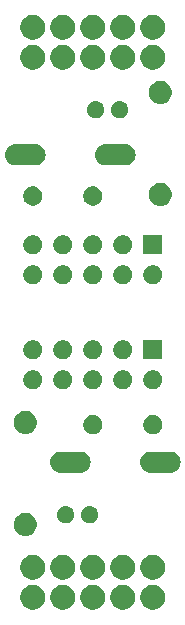
<source format=gbr>
G04 #@! TF.GenerationSoftware,KiCad,Pcbnew,(5.1.5)-3*
G04 #@! TF.CreationDate,2020-03-15T11:41:05-07:00*
G04 #@! TF.ProjectId,bbf-europower,6262662d-6575-4726-9f70-6f7765722e6b,rev?*
G04 #@! TF.SameCoordinates,Original*
G04 #@! TF.FileFunction,Soldermask,Top*
G04 #@! TF.FilePolarity,Negative*
%FSLAX46Y46*%
G04 Gerber Fmt 4.6, Leading zero omitted, Abs format (unit mm)*
G04 Created by KiCad (PCBNEW (5.1.5)-3) date 2020-03-15 11:41:05*
%MOMM*%
%LPD*%
G04 APERTURE LIST*
%ADD10C,0.100000*%
G04 APERTURE END LIST*
D10*
G36*
X148804865Y-128127220D02*
G01*
X148994388Y-128205723D01*
X149164954Y-128319692D01*
X149310008Y-128464746D01*
X149423977Y-128635312D01*
X149502480Y-128824835D01*
X149542500Y-129026031D01*
X149542500Y-129231169D01*
X149502480Y-129432365D01*
X149423977Y-129621888D01*
X149310008Y-129792454D01*
X149164954Y-129937508D01*
X148994388Y-130051477D01*
X148994387Y-130051478D01*
X148994386Y-130051478D01*
X148804865Y-130129980D01*
X148603670Y-130170000D01*
X148398530Y-130170000D01*
X148197335Y-130129980D01*
X148007814Y-130051478D01*
X148007813Y-130051478D01*
X148007812Y-130051477D01*
X147837246Y-129937508D01*
X147692192Y-129792454D01*
X147578223Y-129621888D01*
X147499720Y-129432365D01*
X147459700Y-129231169D01*
X147459700Y-129026031D01*
X147499720Y-128824835D01*
X147578223Y-128635312D01*
X147692192Y-128464746D01*
X147837246Y-128319692D01*
X148007812Y-128205723D01*
X148197335Y-128127220D01*
X148398530Y-128087200D01*
X148603670Y-128087200D01*
X148804865Y-128127220D01*
G37*
G36*
X146264865Y-128127220D02*
G01*
X146454388Y-128205723D01*
X146624954Y-128319692D01*
X146770008Y-128464746D01*
X146883977Y-128635312D01*
X146962480Y-128824835D01*
X147002500Y-129026031D01*
X147002500Y-129231169D01*
X146962480Y-129432365D01*
X146883977Y-129621888D01*
X146770008Y-129792454D01*
X146624954Y-129937508D01*
X146454388Y-130051477D01*
X146454387Y-130051478D01*
X146454386Y-130051478D01*
X146264865Y-130129980D01*
X146063670Y-130170000D01*
X145858530Y-130170000D01*
X145657335Y-130129980D01*
X145467814Y-130051478D01*
X145467813Y-130051478D01*
X145467812Y-130051477D01*
X145297246Y-129937508D01*
X145152192Y-129792454D01*
X145038223Y-129621888D01*
X144959720Y-129432365D01*
X144919700Y-129231169D01*
X144919700Y-129026031D01*
X144959720Y-128824835D01*
X145038223Y-128635312D01*
X145152192Y-128464746D01*
X145297246Y-128319692D01*
X145467812Y-128205723D01*
X145657335Y-128127220D01*
X145858530Y-128087200D01*
X146063670Y-128087200D01*
X146264865Y-128127220D01*
G37*
G36*
X143724865Y-128127220D02*
G01*
X143914388Y-128205723D01*
X144084954Y-128319692D01*
X144230008Y-128464746D01*
X144343977Y-128635312D01*
X144422480Y-128824835D01*
X144462500Y-129026031D01*
X144462500Y-129231169D01*
X144422480Y-129432365D01*
X144343977Y-129621888D01*
X144230008Y-129792454D01*
X144084954Y-129937508D01*
X143914388Y-130051477D01*
X143914387Y-130051478D01*
X143914386Y-130051478D01*
X143724865Y-130129980D01*
X143523670Y-130170000D01*
X143318530Y-130170000D01*
X143117335Y-130129980D01*
X142927814Y-130051478D01*
X142927813Y-130051478D01*
X142927812Y-130051477D01*
X142757246Y-129937508D01*
X142612192Y-129792454D01*
X142498223Y-129621888D01*
X142419720Y-129432365D01*
X142379700Y-129231169D01*
X142379700Y-129026031D01*
X142419720Y-128824835D01*
X142498223Y-128635312D01*
X142612192Y-128464746D01*
X142757246Y-128319692D01*
X142927812Y-128205723D01*
X143117335Y-128127220D01*
X143318530Y-128087200D01*
X143523670Y-128087200D01*
X143724865Y-128127220D01*
G37*
G36*
X153884865Y-128127220D02*
G01*
X154074388Y-128205723D01*
X154244954Y-128319692D01*
X154390008Y-128464746D01*
X154503977Y-128635312D01*
X154582480Y-128824835D01*
X154622500Y-129026031D01*
X154622500Y-129231169D01*
X154582480Y-129432365D01*
X154503977Y-129621888D01*
X154390008Y-129792454D01*
X154244954Y-129937508D01*
X154074388Y-130051477D01*
X154074387Y-130051478D01*
X154074386Y-130051478D01*
X153884865Y-130129980D01*
X153683670Y-130170000D01*
X153478530Y-130170000D01*
X153277335Y-130129980D01*
X153087814Y-130051478D01*
X153087813Y-130051478D01*
X153087812Y-130051477D01*
X152917246Y-129937508D01*
X152772192Y-129792454D01*
X152658223Y-129621888D01*
X152579720Y-129432365D01*
X152539700Y-129231169D01*
X152539700Y-129026031D01*
X152579720Y-128824835D01*
X152658223Y-128635312D01*
X152772192Y-128464746D01*
X152917246Y-128319692D01*
X153087812Y-128205723D01*
X153277335Y-128127220D01*
X153478530Y-128087200D01*
X153683670Y-128087200D01*
X153884865Y-128127220D01*
G37*
G36*
X151344865Y-128127220D02*
G01*
X151534388Y-128205723D01*
X151704954Y-128319692D01*
X151850008Y-128464746D01*
X151963977Y-128635312D01*
X152042480Y-128824835D01*
X152082500Y-129026031D01*
X152082500Y-129231169D01*
X152042480Y-129432365D01*
X151963977Y-129621888D01*
X151850008Y-129792454D01*
X151704954Y-129937508D01*
X151534388Y-130051477D01*
X151534387Y-130051478D01*
X151534386Y-130051478D01*
X151344865Y-130129980D01*
X151143670Y-130170000D01*
X150938530Y-130170000D01*
X150737335Y-130129980D01*
X150547814Y-130051478D01*
X150547813Y-130051478D01*
X150547812Y-130051477D01*
X150377246Y-129937508D01*
X150232192Y-129792454D01*
X150118223Y-129621888D01*
X150039720Y-129432365D01*
X149999700Y-129231169D01*
X149999700Y-129026031D01*
X150039720Y-128824835D01*
X150118223Y-128635312D01*
X150232192Y-128464746D01*
X150377246Y-128319692D01*
X150547812Y-128205723D01*
X150737335Y-128127220D01*
X150938530Y-128087200D01*
X151143670Y-128087200D01*
X151344865Y-128127220D01*
G37*
G36*
X153884865Y-125587220D02*
G01*
X154074388Y-125665723D01*
X154244954Y-125779692D01*
X154390008Y-125924746D01*
X154503977Y-126095312D01*
X154582480Y-126284835D01*
X154622500Y-126486031D01*
X154622500Y-126691169D01*
X154582480Y-126892365D01*
X154503977Y-127081888D01*
X154390008Y-127252454D01*
X154244954Y-127397508D01*
X154074388Y-127511477D01*
X154074387Y-127511478D01*
X154074386Y-127511478D01*
X153884865Y-127589980D01*
X153683670Y-127630000D01*
X153478530Y-127630000D01*
X153277335Y-127589980D01*
X153087814Y-127511478D01*
X153087813Y-127511478D01*
X153087812Y-127511477D01*
X152917246Y-127397508D01*
X152772192Y-127252454D01*
X152658223Y-127081888D01*
X152579720Y-126892365D01*
X152539700Y-126691169D01*
X152539700Y-126486031D01*
X152579720Y-126284835D01*
X152658223Y-126095312D01*
X152772192Y-125924746D01*
X152917246Y-125779692D01*
X153087812Y-125665723D01*
X153277335Y-125587220D01*
X153478530Y-125547200D01*
X153683670Y-125547200D01*
X153884865Y-125587220D01*
G37*
G36*
X151344865Y-125587220D02*
G01*
X151534388Y-125665723D01*
X151704954Y-125779692D01*
X151850008Y-125924746D01*
X151963977Y-126095312D01*
X152042480Y-126284835D01*
X152082500Y-126486031D01*
X152082500Y-126691169D01*
X152042480Y-126892365D01*
X151963977Y-127081888D01*
X151850008Y-127252454D01*
X151704954Y-127397508D01*
X151534388Y-127511477D01*
X151534387Y-127511478D01*
X151534386Y-127511478D01*
X151344865Y-127589980D01*
X151143670Y-127630000D01*
X150938530Y-127630000D01*
X150737335Y-127589980D01*
X150547814Y-127511478D01*
X150547813Y-127511478D01*
X150547812Y-127511477D01*
X150377246Y-127397508D01*
X150232192Y-127252454D01*
X150118223Y-127081888D01*
X150039720Y-126892365D01*
X149999700Y-126691169D01*
X149999700Y-126486031D01*
X150039720Y-126284835D01*
X150118223Y-126095312D01*
X150232192Y-125924746D01*
X150377246Y-125779692D01*
X150547812Y-125665723D01*
X150737335Y-125587220D01*
X150938530Y-125547200D01*
X151143670Y-125547200D01*
X151344865Y-125587220D01*
G37*
G36*
X148804865Y-125587220D02*
G01*
X148994388Y-125665723D01*
X149164954Y-125779692D01*
X149310008Y-125924746D01*
X149423977Y-126095312D01*
X149502480Y-126284835D01*
X149542500Y-126486031D01*
X149542500Y-126691169D01*
X149502480Y-126892365D01*
X149423977Y-127081888D01*
X149310008Y-127252454D01*
X149164954Y-127397508D01*
X148994388Y-127511477D01*
X148994387Y-127511478D01*
X148994386Y-127511478D01*
X148804865Y-127589980D01*
X148603670Y-127630000D01*
X148398530Y-127630000D01*
X148197335Y-127589980D01*
X148007814Y-127511478D01*
X148007813Y-127511478D01*
X148007812Y-127511477D01*
X147837246Y-127397508D01*
X147692192Y-127252454D01*
X147578223Y-127081888D01*
X147499720Y-126892365D01*
X147459700Y-126691169D01*
X147459700Y-126486031D01*
X147499720Y-126284835D01*
X147578223Y-126095312D01*
X147692192Y-125924746D01*
X147837246Y-125779692D01*
X148007812Y-125665723D01*
X148197335Y-125587220D01*
X148398530Y-125547200D01*
X148603670Y-125547200D01*
X148804865Y-125587220D01*
G37*
G36*
X146264865Y-125587220D02*
G01*
X146454388Y-125665723D01*
X146624954Y-125779692D01*
X146770008Y-125924746D01*
X146883977Y-126095312D01*
X146962480Y-126284835D01*
X147002500Y-126486031D01*
X147002500Y-126691169D01*
X146962480Y-126892365D01*
X146883977Y-127081888D01*
X146770008Y-127252454D01*
X146624954Y-127397508D01*
X146454388Y-127511477D01*
X146454387Y-127511478D01*
X146454386Y-127511478D01*
X146264865Y-127589980D01*
X146063670Y-127630000D01*
X145858530Y-127630000D01*
X145657335Y-127589980D01*
X145467814Y-127511478D01*
X145467813Y-127511478D01*
X145467812Y-127511477D01*
X145297246Y-127397508D01*
X145152192Y-127252454D01*
X145038223Y-127081888D01*
X144959720Y-126892365D01*
X144919700Y-126691169D01*
X144919700Y-126486031D01*
X144959720Y-126284835D01*
X145038223Y-126095312D01*
X145152192Y-125924746D01*
X145297246Y-125779692D01*
X145467812Y-125665723D01*
X145657335Y-125587220D01*
X145858530Y-125547200D01*
X146063670Y-125547200D01*
X146264865Y-125587220D01*
G37*
G36*
X143724865Y-125587220D02*
G01*
X143914388Y-125665723D01*
X144084954Y-125779692D01*
X144230008Y-125924746D01*
X144343977Y-126095312D01*
X144422480Y-126284835D01*
X144462500Y-126486031D01*
X144462500Y-126691169D01*
X144422480Y-126892365D01*
X144343977Y-127081888D01*
X144230008Y-127252454D01*
X144084954Y-127397508D01*
X143914388Y-127511477D01*
X143914387Y-127511478D01*
X143914386Y-127511478D01*
X143724865Y-127589980D01*
X143523670Y-127630000D01*
X143318530Y-127630000D01*
X143117335Y-127589980D01*
X142927814Y-127511478D01*
X142927813Y-127511478D01*
X142927812Y-127511477D01*
X142757246Y-127397508D01*
X142612192Y-127252454D01*
X142498223Y-127081888D01*
X142419720Y-126892365D01*
X142379700Y-126691169D01*
X142379700Y-126486031D01*
X142419720Y-126284835D01*
X142498223Y-126095312D01*
X142612192Y-125924746D01*
X142757246Y-125779692D01*
X142927812Y-125665723D01*
X143117335Y-125587220D01*
X143318530Y-125547200D01*
X143523670Y-125547200D01*
X143724865Y-125587220D01*
G37*
G36*
X142974401Y-122022446D02*
G01*
X143067638Y-122040992D01*
X143243294Y-122113751D01*
X143401379Y-122219380D01*
X143535820Y-122353821D01*
X143641449Y-122511906D01*
X143683388Y-122613155D01*
X143714208Y-122687563D01*
X143746896Y-122851893D01*
X143751300Y-122874036D01*
X143751300Y-123064164D01*
X143714208Y-123250638D01*
X143641449Y-123426294D01*
X143535820Y-123584379D01*
X143401379Y-123718820D01*
X143243294Y-123824449D01*
X143067638Y-123897208D01*
X142974401Y-123915754D01*
X142881165Y-123934300D01*
X142691035Y-123934300D01*
X142597799Y-123915754D01*
X142504562Y-123897208D01*
X142328906Y-123824449D01*
X142170821Y-123718820D01*
X142036380Y-123584379D01*
X141930751Y-123426294D01*
X141857992Y-123250638D01*
X141820900Y-123064164D01*
X141820900Y-122874036D01*
X141825305Y-122851893D01*
X141857992Y-122687563D01*
X141888813Y-122613155D01*
X141930751Y-122511906D01*
X142036380Y-122353821D01*
X142170821Y-122219380D01*
X142328906Y-122113751D01*
X142504562Y-122040992D01*
X142597799Y-122022446D01*
X142691035Y-122003900D01*
X142881165Y-122003900D01*
X142974401Y-122022446D01*
G37*
G36*
X146358803Y-121421153D02*
G01*
X146429958Y-121435307D01*
X146485484Y-121458307D01*
X146564010Y-121490833D01*
X146564011Y-121490834D01*
X146684655Y-121571445D01*
X146787255Y-121674045D01*
X146841118Y-121754657D01*
X146867867Y-121794690D01*
X146923393Y-121928743D01*
X146951700Y-122071050D01*
X146951700Y-122216150D01*
X146923393Y-122358457D01*
X146867867Y-122492510D01*
X146841118Y-122532543D01*
X146787255Y-122613155D01*
X146684655Y-122715755D01*
X146604043Y-122769618D01*
X146564010Y-122796367D01*
X146485484Y-122828893D01*
X146429958Y-122851893D01*
X146358803Y-122866047D01*
X146287650Y-122880200D01*
X146142550Y-122880200D01*
X146071397Y-122866047D01*
X146000242Y-122851893D01*
X145944716Y-122828893D01*
X145866190Y-122796367D01*
X145826157Y-122769618D01*
X145745545Y-122715755D01*
X145642945Y-122613155D01*
X145589082Y-122532543D01*
X145562333Y-122492510D01*
X145506807Y-122358457D01*
X145478500Y-122216150D01*
X145478500Y-122071050D01*
X145506807Y-121928743D01*
X145562333Y-121794690D01*
X145589082Y-121754657D01*
X145642945Y-121674045D01*
X145745545Y-121571445D01*
X145866189Y-121490834D01*
X145866190Y-121490833D01*
X145944716Y-121458307D01*
X146000242Y-121435307D01*
X146071397Y-121421153D01*
X146142550Y-121407000D01*
X146287650Y-121407000D01*
X146358803Y-121421153D01*
G37*
G36*
X148390803Y-121421153D02*
G01*
X148461958Y-121435307D01*
X148517484Y-121458307D01*
X148596010Y-121490833D01*
X148596011Y-121490834D01*
X148716655Y-121571445D01*
X148819255Y-121674045D01*
X148873118Y-121754657D01*
X148899867Y-121794690D01*
X148955393Y-121928743D01*
X148983700Y-122071050D01*
X148983700Y-122216150D01*
X148955393Y-122358457D01*
X148899867Y-122492510D01*
X148873118Y-122532543D01*
X148819255Y-122613155D01*
X148716655Y-122715755D01*
X148636043Y-122769618D01*
X148596010Y-122796367D01*
X148517484Y-122828893D01*
X148461958Y-122851893D01*
X148390803Y-122866047D01*
X148319650Y-122880200D01*
X148174550Y-122880200D01*
X148103397Y-122866047D01*
X148032242Y-122851893D01*
X147976716Y-122828893D01*
X147898190Y-122796367D01*
X147858157Y-122769618D01*
X147777545Y-122715755D01*
X147674945Y-122613155D01*
X147621082Y-122532543D01*
X147594333Y-122492510D01*
X147538807Y-122358457D01*
X147510500Y-122216150D01*
X147510500Y-122071050D01*
X147538807Y-121928743D01*
X147594333Y-121794690D01*
X147621082Y-121754657D01*
X147674945Y-121674045D01*
X147777545Y-121571445D01*
X147898189Y-121490834D01*
X147898190Y-121490833D01*
X147976716Y-121458307D01*
X148032242Y-121435307D01*
X148103397Y-121421153D01*
X148174550Y-121407000D01*
X148319650Y-121407000D01*
X148390803Y-121421153D01*
G37*
G36*
X147489810Y-116796572D02*
G01*
X147578585Y-116805315D01*
X147749442Y-116857144D01*
X147749445Y-116857145D01*
X147906904Y-116941309D01*
X148044923Y-117054577D01*
X148158191Y-117192596D01*
X148242355Y-117350055D01*
X148242356Y-117350058D01*
X148294185Y-117520915D01*
X148311685Y-117698600D01*
X148294185Y-117876285D01*
X148242356Y-118047142D01*
X148242355Y-118047145D01*
X148158191Y-118204604D01*
X148044923Y-118342623D01*
X147906904Y-118455891D01*
X147749445Y-118540055D01*
X147749442Y-118540056D01*
X147578585Y-118591885D01*
X147489810Y-118600628D01*
X147445424Y-118605000D01*
X145746776Y-118605000D01*
X145702390Y-118600628D01*
X145613615Y-118591885D01*
X145442758Y-118540056D01*
X145442755Y-118540055D01*
X145285296Y-118455891D01*
X145147277Y-118342623D01*
X145034009Y-118204604D01*
X144949845Y-118047145D01*
X144949844Y-118047142D01*
X144898015Y-117876285D01*
X144880515Y-117698600D01*
X144898015Y-117520915D01*
X144949844Y-117350058D01*
X144949845Y-117350055D01*
X145034009Y-117192596D01*
X145147277Y-117054577D01*
X145285296Y-116941309D01*
X145442755Y-116857145D01*
X145442758Y-116857144D01*
X145613615Y-116805315D01*
X145702390Y-116796572D01*
X145746776Y-116792200D01*
X147445424Y-116792200D01*
X147489810Y-116796572D01*
G37*
G36*
X155109810Y-116796572D02*
G01*
X155198585Y-116805315D01*
X155369442Y-116857144D01*
X155369445Y-116857145D01*
X155526904Y-116941309D01*
X155664923Y-117054577D01*
X155778191Y-117192596D01*
X155862355Y-117350055D01*
X155862356Y-117350058D01*
X155914185Y-117520915D01*
X155931685Y-117698600D01*
X155914185Y-117876285D01*
X155862356Y-118047142D01*
X155862355Y-118047145D01*
X155778191Y-118204604D01*
X155664923Y-118342623D01*
X155526904Y-118455891D01*
X155369445Y-118540055D01*
X155369442Y-118540056D01*
X155198585Y-118591885D01*
X155109810Y-118600628D01*
X155065424Y-118605000D01*
X153366776Y-118605000D01*
X153322390Y-118600628D01*
X153233615Y-118591885D01*
X153062758Y-118540056D01*
X153062755Y-118540055D01*
X152905296Y-118455891D01*
X152767277Y-118342623D01*
X152654009Y-118204604D01*
X152569845Y-118047145D01*
X152569844Y-118047142D01*
X152518015Y-117876285D01*
X152500515Y-117698600D01*
X152518015Y-117520915D01*
X152569844Y-117350058D01*
X152569845Y-117350055D01*
X152654009Y-117192596D01*
X152767277Y-117054577D01*
X152905296Y-116941309D01*
X153062755Y-116857145D01*
X153062758Y-116857144D01*
X153233615Y-116805315D01*
X153322390Y-116796572D01*
X153366776Y-116792200D01*
X155065424Y-116792200D01*
X155109810Y-116796572D01*
G37*
G36*
X153818185Y-113742035D02*
G01*
X153966104Y-113803305D01*
X153966105Y-113803306D01*
X154099230Y-113892257D01*
X154212443Y-114005470D01*
X154243241Y-114051563D01*
X154301395Y-114138596D01*
X154362665Y-114286515D01*
X154393900Y-114443545D01*
X154393900Y-114603655D01*
X154362665Y-114760685D01*
X154301395Y-114908604D01*
X154301394Y-114908605D01*
X154212443Y-115041730D01*
X154099230Y-115154943D01*
X154049083Y-115188450D01*
X153966104Y-115243895D01*
X153818185Y-115305165D01*
X153661155Y-115336400D01*
X153501045Y-115336400D01*
X153344015Y-115305165D01*
X153196096Y-115243895D01*
X153113117Y-115188450D01*
X153062970Y-115154943D01*
X152949757Y-115041730D01*
X152860806Y-114908605D01*
X152860805Y-114908604D01*
X152799535Y-114760685D01*
X152768300Y-114603655D01*
X152768300Y-114443545D01*
X152799535Y-114286515D01*
X152860805Y-114138596D01*
X152918959Y-114051563D01*
X152949757Y-114005470D01*
X153062970Y-113892257D01*
X153196095Y-113803306D01*
X153196096Y-113803305D01*
X153344015Y-113742035D01*
X153501045Y-113710800D01*
X153661155Y-113710800D01*
X153818185Y-113742035D01*
G37*
G36*
X148738185Y-113742035D02*
G01*
X148886104Y-113803305D01*
X148886105Y-113803306D01*
X149019230Y-113892257D01*
X149132443Y-114005470D01*
X149163241Y-114051563D01*
X149221395Y-114138596D01*
X149282665Y-114286515D01*
X149313900Y-114443545D01*
X149313900Y-114603655D01*
X149282665Y-114760685D01*
X149221395Y-114908604D01*
X149221394Y-114908605D01*
X149132443Y-115041730D01*
X149019230Y-115154943D01*
X148969083Y-115188450D01*
X148886104Y-115243895D01*
X148738185Y-115305165D01*
X148581155Y-115336400D01*
X148421045Y-115336400D01*
X148264015Y-115305165D01*
X148116096Y-115243895D01*
X148033117Y-115188450D01*
X147982970Y-115154943D01*
X147869757Y-115041730D01*
X147780806Y-114908605D01*
X147780805Y-114908604D01*
X147719535Y-114760685D01*
X147688300Y-114603655D01*
X147688300Y-114443545D01*
X147719535Y-114286515D01*
X147780805Y-114138596D01*
X147838959Y-114051563D01*
X147869757Y-114005470D01*
X147982970Y-113892257D01*
X148116095Y-113803306D01*
X148116096Y-113803305D01*
X148264015Y-113742035D01*
X148421045Y-113710800D01*
X148581155Y-113710800D01*
X148738185Y-113742035D01*
G37*
G36*
X142974401Y-113386446D02*
G01*
X143067638Y-113404992D01*
X143243294Y-113477751D01*
X143401379Y-113583380D01*
X143535820Y-113717821D01*
X143641449Y-113875906D01*
X143714208Y-114051562D01*
X143751300Y-114238036D01*
X143751300Y-114428164D01*
X143716393Y-114603655D01*
X143714208Y-114614637D01*
X143653714Y-114760685D01*
X143641449Y-114790294D01*
X143535820Y-114948379D01*
X143401379Y-115082820D01*
X143243294Y-115188449D01*
X143067638Y-115261208D01*
X142974401Y-115279754D01*
X142881165Y-115298300D01*
X142691035Y-115298300D01*
X142597799Y-115279754D01*
X142504562Y-115261208D01*
X142328906Y-115188449D01*
X142170821Y-115082820D01*
X142036380Y-114948379D01*
X141930751Y-114790294D01*
X141918487Y-114760685D01*
X141857992Y-114614637D01*
X141855808Y-114603655D01*
X141820900Y-114428164D01*
X141820900Y-114238036D01*
X141857992Y-114051562D01*
X141930751Y-113875906D01*
X142036380Y-113717821D01*
X142170821Y-113583380D01*
X142328906Y-113477751D01*
X142504562Y-113404992D01*
X142597799Y-113386446D01*
X142691035Y-113367900D01*
X142881165Y-113367900D01*
X142974401Y-113386446D01*
G37*
G36*
X143604386Y-109927859D02*
G01*
X143656318Y-109938189D01*
X143803074Y-109998977D01*
X143935150Y-110087228D01*
X144047472Y-110199550D01*
X144135723Y-110331626D01*
X144196511Y-110478382D01*
X144227500Y-110634177D01*
X144227500Y-110793023D01*
X144196511Y-110948818D01*
X144135723Y-111095574D01*
X144047472Y-111227650D01*
X143935150Y-111339972D01*
X143803074Y-111428223D01*
X143656318Y-111489011D01*
X143604386Y-111499341D01*
X143500525Y-111520000D01*
X143341675Y-111520000D01*
X143237814Y-111499341D01*
X143185882Y-111489011D01*
X143039126Y-111428223D01*
X142907050Y-111339972D01*
X142794728Y-111227650D01*
X142706477Y-111095574D01*
X142645689Y-110948818D01*
X142614700Y-110793023D01*
X142614700Y-110634177D01*
X142645689Y-110478382D01*
X142706477Y-110331626D01*
X142794728Y-110199550D01*
X142907050Y-110087228D01*
X143039126Y-109998977D01*
X143185882Y-109938189D01*
X143237814Y-109927859D01*
X143341675Y-109907200D01*
X143500525Y-109907200D01*
X143604386Y-109927859D01*
G37*
G36*
X146144386Y-109927859D02*
G01*
X146196318Y-109938189D01*
X146343074Y-109998977D01*
X146475150Y-110087228D01*
X146587472Y-110199550D01*
X146675723Y-110331626D01*
X146736511Y-110478382D01*
X146767500Y-110634177D01*
X146767500Y-110793023D01*
X146736511Y-110948818D01*
X146675723Y-111095574D01*
X146587472Y-111227650D01*
X146475150Y-111339972D01*
X146343074Y-111428223D01*
X146196318Y-111489011D01*
X146144386Y-111499341D01*
X146040525Y-111520000D01*
X145881675Y-111520000D01*
X145777814Y-111499341D01*
X145725882Y-111489011D01*
X145579126Y-111428223D01*
X145447050Y-111339972D01*
X145334728Y-111227650D01*
X145246477Y-111095574D01*
X145185689Y-110948818D01*
X145154700Y-110793023D01*
X145154700Y-110634177D01*
X145185689Y-110478382D01*
X145246477Y-110331626D01*
X145334728Y-110199550D01*
X145447050Y-110087228D01*
X145579126Y-109998977D01*
X145725882Y-109938189D01*
X145777814Y-109927859D01*
X145881675Y-109907200D01*
X146040525Y-109907200D01*
X146144386Y-109927859D01*
G37*
G36*
X148684386Y-109927859D02*
G01*
X148736318Y-109938189D01*
X148883074Y-109998977D01*
X149015150Y-110087228D01*
X149127472Y-110199550D01*
X149215723Y-110331626D01*
X149276511Y-110478382D01*
X149307500Y-110634177D01*
X149307500Y-110793023D01*
X149276511Y-110948818D01*
X149215723Y-111095574D01*
X149127472Y-111227650D01*
X149015150Y-111339972D01*
X148883074Y-111428223D01*
X148736318Y-111489011D01*
X148684386Y-111499341D01*
X148580525Y-111520000D01*
X148421675Y-111520000D01*
X148317814Y-111499341D01*
X148265882Y-111489011D01*
X148119126Y-111428223D01*
X147987050Y-111339972D01*
X147874728Y-111227650D01*
X147786477Y-111095574D01*
X147725689Y-110948818D01*
X147694700Y-110793023D01*
X147694700Y-110634177D01*
X147725689Y-110478382D01*
X147786477Y-110331626D01*
X147874728Y-110199550D01*
X147987050Y-110087228D01*
X148119126Y-109998977D01*
X148265882Y-109938189D01*
X148317814Y-109927859D01*
X148421675Y-109907200D01*
X148580525Y-109907200D01*
X148684386Y-109927859D01*
G37*
G36*
X151224386Y-109927859D02*
G01*
X151276318Y-109938189D01*
X151423074Y-109998977D01*
X151555150Y-110087228D01*
X151667472Y-110199550D01*
X151755723Y-110331626D01*
X151816511Y-110478382D01*
X151847500Y-110634177D01*
X151847500Y-110793023D01*
X151816511Y-110948818D01*
X151755723Y-111095574D01*
X151667472Y-111227650D01*
X151555150Y-111339972D01*
X151423074Y-111428223D01*
X151276318Y-111489011D01*
X151224386Y-111499341D01*
X151120525Y-111520000D01*
X150961675Y-111520000D01*
X150857814Y-111499341D01*
X150805882Y-111489011D01*
X150659126Y-111428223D01*
X150527050Y-111339972D01*
X150414728Y-111227650D01*
X150326477Y-111095574D01*
X150265689Y-110948818D01*
X150234700Y-110793023D01*
X150234700Y-110634177D01*
X150265689Y-110478382D01*
X150326477Y-110331626D01*
X150414728Y-110199550D01*
X150527050Y-110087228D01*
X150659126Y-109998977D01*
X150805882Y-109938189D01*
X150857814Y-109927859D01*
X150961675Y-109907200D01*
X151120525Y-109907200D01*
X151224386Y-109927859D01*
G37*
G36*
X153764386Y-109927859D02*
G01*
X153816318Y-109938189D01*
X153963074Y-109998977D01*
X154095150Y-110087228D01*
X154207472Y-110199550D01*
X154295723Y-110331626D01*
X154356511Y-110478382D01*
X154387500Y-110634177D01*
X154387500Y-110793023D01*
X154356511Y-110948818D01*
X154295723Y-111095574D01*
X154207472Y-111227650D01*
X154095150Y-111339972D01*
X153963074Y-111428223D01*
X153816318Y-111489011D01*
X153764386Y-111499341D01*
X153660525Y-111520000D01*
X153501675Y-111520000D01*
X153397814Y-111499341D01*
X153345882Y-111489011D01*
X153199126Y-111428223D01*
X153067050Y-111339972D01*
X152954728Y-111227650D01*
X152866477Y-111095574D01*
X152805689Y-110948818D01*
X152774700Y-110793023D01*
X152774700Y-110634177D01*
X152805689Y-110478382D01*
X152866477Y-110331626D01*
X152954728Y-110199550D01*
X153067050Y-110087228D01*
X153199126Y-109998977D01*
X153345882Y-109938189D01*
X153397814Y-109927859D01*
X153501675Y-109907200D01*
X153660525Y-109907200D01*
X153764386Y-109927859D01*
G37*
G36*
X143604386Y-107387859D02*
G01*
X143656318Y-107398189D01*
X143803074Y-107458977D01*
X143935150Y-107547228D01*
X144047472Y-107659550D01*
X144135723Y-107791626D01*
X144196511Y-107938382D01*
X144227500Y-108094177D01*
X144227500Y-108253023D01*
X144196511Y-108408818D01*
X144135723Y-108555574D01*
X144047472Y-108687650D01*
X143935150Y-108799972D01*
X143803074Y-108888223D01*
X143656318Y-108949011D01*
X143604386Y-108959341D01*
X143500525Y-108980000D01*
X143341675Y-108980000D01*
X143237814Y-108959341D01*
X143185882Y-108949011D01*
X143039126Y-108888223D01*
X142907050Y-108799972D01*
X142794728Y-108687650D01*
X142706477Y-108555574D01*
X142645689Y-108408818D01*
X142614700Y-108253023D01*
X142614700Y-108094177D01*
X142645689Y-107938382D01*
X142706477Y-107791626D01*
X142794728Y-107659550D01*
X142907050Y-107547228D01*
X143039126Y-107458977D01*
X143185882Y-107398189D01*
X143237814Y-107387859D01*
X143341675Y-107367200D01*
X143500525Y-107367200D01*
X143604386Y-107387859D01*
G37*
G36*
X148684386Y-107387859D02*
G01*
X148736318Y-107398189D01*
X148883074Y-107458977D01*
X149015150Y-107547228D01*
X149127472Y-107659550D01*
X149215723Y-107791626D01*
X149276511Y-107938382D01*
X149307500Y-108094177D01*
X149307500Y-108253023D01*
X149276511Y-108408818D01*
X149215723Y-108555574D01*
X149127472Y-108687650D01*
X149015150Y-108799972D01*
X148883074Y-108888223D01*
X148736318Y-108949011D01*
X148684386Y-108959341D01*
X148580525Y-108980000D01*
X148421675Y-108980000D01*
X148317814Y-108959341D01*
X148265882Y-108949011D01*
X148119126Y-108888223D01*
X147987050Y-108799972D01*
X147874728Y-108687650D01*
X147786477Y-108555574D01*
X147725689Y-108408818D01*
X147694700Y-108253023D01*
X147694700Y-108094177D01*
X147725689Y-107938382D01*
X147786477Y-107791626D01*
X147874728Y-107659550D01*
X147987050Y-107547228D01*
X148119126Y-107458977D01*
X148265882Y-107398189D01*
X148317814Y-107387859D01*
X148421675Y-107367200D01*
X148580525Y-107367200D01*
X148684386Y-107387859D01*
G37*
G36*
X146144386Y-107387859D02*
G01*
X146196318Y-107398189D01*
X146343074Y-107458977D01*
X146475150Y-107547228D01*
X146587472Y-107659550D01*
X146675723Y-107791626D01*
X146736511Y-107938382D01*
X146767500Y-108094177D01*
X146767500Y-108253023D01*
X146736511Y-108408818D01*
X146675723Y-108555574D01*
X146587472Y-108687650D01*
X146475150Y-108799972D01*
X146343074Y-108888223D01*
X146196318Y-108949011D01*
X146144386Y-108959341D01*
X146040525Y-108980000D01*
X145881675Y-108980000D01*
X145777814Y-108959341D01*
X145725882Y-108949011D01*
X145579126Y-108888223D01*
X145447050Y-108799972D01*
X145334728Y-108687650D01*
X145246477Y-108555574D01*
X145185689Y-108408818D01*
X145154700Y-108253023D01*
X145154700Y-108094177D01*
X145185689Y-107938382D01*
X145246477Y-107791626D01*
X145334728Y-107659550D01*
X145447050Y-107547228D01*
X145579126Y-107458977D01*
X145725882Y-107398189D01*
X145777814Y-107387859D01*
X145881675Y-107367200D01*
X146040525Y-107367200D01*
X146144386Y-107387859D01*
G37*
G36*
X151224386Y-107387859D02*
G01*
X151276318Y-107398189D01*
X151423074Y-107458977D01*
X151555150Y-107547228D01*
X151667472Y-107659550D01*
X151755723Y-107791626D01*
X151816511Y-107938382D01*
X151847500Y-108094177D01*
X151847500Y-108253023D01*
X151816511Y-108408818D01*
X151755723Y-108555574D01*
X151667472Y-108687650D01*
X151555150Y-108799972D01*
X151423074Y-108888223D01*
X151276318Y-108949011D01*
X151224386Y-108959341D01*
X151120525Y-108980000D01*
X150961675Y-108980000D01*
X150857814Y-108959341D01*
X150805882Y-108949011D01*
X150659126Y-108888223D01*
X150527050Y-108799972D01*
X150414728Y-108687650D01*
X150326477Y-108555574D01*
X150265689Y-108408818D01*
X150234700Y-108253023D01*
X150234700Y-108094177D01*
X150265689Y-107938382D01*
X150326477Y-107791626D01*
X150414728Y-107659550D01*
X150527050Y-107547228D01*
X150659126Y-107458977D01*
X150805882Y-107398189D01*
X150857814Y-107387859D01*
X150961675Y-107367200D01*
X151120525Y-107367200D01*
X151224386Y-107387859D01*
G37*
G36*
X154387500Y-108980000D02*
G01*
X152774700Y-108980000D01*
X152774700Y-107367200D01*
X154387500Y-107367200D01*
X154387500Y-108980000D01*
G37*
G36*
X146144386Y-101037859D02*
G01*
X146196318Y-101048189D01*
X146343074Y-101108977D01*
X146475150Y-101197228D01*
X146587472Y-101309550D01*
X146675723Y-101441626D01*
X146736511Y-101588382D01*
X146767500Y-101744177D01*
X146767500Y-101903023D01*
X146736511Y-102058818D01*
X146675723Y-102205574D01*
X146587472Y-102337650D01*
X146475150Y-102449972D01*
X146343074Y-102538223D01*
X146196318Y-102599011D01*
X146144386Y-102609341D01*
X146040525Y-102630000D01*
X145881675Y-102630000D01*
X145777814Y-102609341D01*
X145725882Y-102599011D01*
X145579126Y-102538223D01*
X145447050Y-102449972D01*
X145334728Y-102337650D01*
X145246477Y-102205574D01*
X145185689Y-102058818D01*
X145154700Y-101903023D01*
X145154700Y-101744177D01*
X145185689Y-101588382D01*
X145246477Y-101441626D01*
X145334728Y-101309550D01*
X145447050Y-101197228D01*
X145579126Y-101108977D01*
X145725882Y-101048189D01*
X145777814Y-101037859D01*
X145881675Y-101017200D01*
X146040525Y-101017200D01*
X146144386Y-101037859D01*
G37*
G36*
X151224386Y-101037859D02*
G01*
X151276318Y-101048189D01*
X151423074Y-101108977D01*
X151555150Y-101197228D01*
X151667472Y-101309550D01*
X151755723Y-101441626D01*
X151816511Y-101588382D01*
X151847500Y-101744177D01*
X151847500Y-101903023D01*
X151816511Y-102058818D01*
X151755723Y-102205574D01*
X151667472Y-102337650D01*
X151555150Y-102449972D01*
X151423074Y-102538223D01*
X151276318Y-102599011D01*
X151224386Y-102609341D01*
X151120525Y-102630000D01*
X150961675Y-102630000D01*
X150857814Y-102609341D01*
X150805882Y-102599011D01*
X150659126Y-102538223D01*
X150527050Y-102449972D01*
X150414728Y-102337650D01*
X150326477Y-102205574D01*
X150265689Y-102058818D01*
X150234700Y-101903023D01*
X150234700Y-101744177D01*
X150265689Y-101588382D01*
X150326477Y-101441626D01*
X150414728Y-101309550D01*
X150527050Y-101197228D01*
X150659126Y-101108977D01*
X150805882Y-101048189D01*
X150857814Y-101037859D01*
X150961675Y-101017200D01*
X151120525Y-101017200D01*
X151224386Y-101037859D01*
G37*
G36*
X153764386Y-101037859D02*
G01*
X153816318Y-101048189D01*
X153963074Y-101108977D01*
X154095150Y-101197228D01*
X154207472Y-101309550D01*
X154295723Y-101441626D01*
X154356511Y-101588382D01*
X154387500Y-101744177D01*
X154387500Y-101903023D01*
X154356511Y-102058818D01*
X154295723Y-102205574D01*
X154207472Y-102337650D01*
X154095150Y-102449972D01*
X153963074Y-102538223D01*
X153816318Y-102599011D01*
X153764386Y-102609341D01*
X153660525Y-102630000D01*
X153501675Y-102630000D01*
X153397814Y-102609341D01*
X153345882Y-102599011D01*
X153199126Y-102538223D01*
X153067050Y-102449972D01*
X152954728Y-102337650D01*
X152866477Y-102205574D01*
X152805689Y-102058818D01*
X152774700Y-101903023D01*
X152774700Y-101744177D01*
X152805689Y-101588382D01*
X152866477Y-101441626D01*
X152954728Y-101309550D01*
X153067050Y-101197228D01*
X153199126Y-101108977D01*
X153345882Y-101048189D01*
X153397814Y-101037859D01*
X153501675Y-101017200D01*
X153660525Y-101017200D01*
X153764386Y-101037859D01*
G37*
G36*
X143604386Y-101037859D02*
G01*
X143656318Y-101048189D01*
X143803074Y-101108977D01*
X143935150Y-101197228D01*
X144047472Y-101309550D01*
X144135723Y-101441626D01*
X144196511Y-101588382D01*
X144227500Y-101744177D01*
X144227500Y-101903023D01*
X144196511Y-102058818D01*
X144135723Y-102205574D01*
X144047472Y-102337650D01*
X143935150Y-102449972D01*
X143803074Y-102538223D01*
X143656318Y-102599011D01*
X143604386Y-102609341D01*
X143500525Y-102630000D01*
X143341675Y-102630000D01*
X143237814Y-102609341D01*
X143185882Y-102599011D01*
X143039126Y-102538223D01*
X142907050Y-102449972D01*
X142794728Y-102337650D01*
X142706477Y-102205574D01*
X142645689Y-102058818D01*
X142614700Y-101903023D01*
X142614700Y-101744177D01*
X142645689Y-101588382D01*
X142706477Y-101441626D01*
X142794728Y-101309550D01*
X142907050Y-101197228D01*
X143039126Y-101108977D01*
X143185882Y-101048189D01*
X143237814Y-101037859D01*
X143341675Y-101017200D01*
X143500525Y-101017200D01*
X143604386Y-101037859D01*
G37*
G36*
X148684386Y-101037859D02*
G01*
X148736318Y-101048189D01*
X148883074Y-101108977D01*
X149015150Y-101197228D01*
X149127472Y-101309550D01*
X149215723Y-101441626D01*
X149276511Y-101588382D01*
X149307500Y-101744177D01*
X149307500Y-101903023D01*
X149276511Y-102058818D01*
X149215723Y-102205574D01*
X149127472Y-102337650D01*
X149015150Y-102449972D01*
X148883074Y-102538223D01*
X148736318Y-102599011D01*
X148684386Y-102609341D01*
X148580525Y-102630000D01*
X148421675Y-102630000D01*
X148317814Y-102609341D01*
X148265882Y-102599011D01*
X148119126Y-102538223D01*
X147987050Y-102449972D01*
X147874728Y-102337650D01*
X147786477Y-102205574D01*
X147725689Y-102058818D01*
X147694700Y-101903023D01*
X147694700Y-101744177D01*
X147725689Y-101588382D01*
X147786477Y-101441626D01*
X147874728Y-101309550D01*
X147987050Y-101197228D01*
X148119126Y-101108977D01*
X148265882Y-101048189D01*
X148317814Y-101037859D01*
X148421675Y-101017200D01*
X148580525Y-101017200D01*
X148684386Y-101037859D01*
G37*
G36*
X148684386Y-98497859D02*
G01*
X148736318Y-98508189D01*
X148883074Y-98568977D01*
X149015150Y-98657228D01*
X149127472Y-98769550D01*
X149215723Y-98901626D01*
X149276511Y-99048382D01*
X149307500Y-99204177D01*
X149307500Y-99363023D01*
X149276511Y-99518818D01*
X149215723Y-99665574D01*
X149127472Y-99797650D01*
X149015150Y-99909972D01*
X148883074Y-99998223D01*
X148736318Y-100059011D01*
X148684386Y-100069341D01*
X148580525Y-100090000D01*
X148421675Y-100090000D01*
X148317814Y-100069341D01*
X148265882Y-100059011D01*
X148119126Y-99998223D01*
X147987050Y-99909972D01*
X147874728Y-99797650D01*
X147786477Y-99665574D01*
X147725689Y-99518818D01*
X147694700Y-99363023D01*
X147694700Y-99204177D01*
X147725689Y-99048382D01*
X147786477Y-98901626D01*
X147874728Y-98769550D01*
X147987050Y-98657228D01*
X148119126Y-98568977D01*
X148265882Y-98508189D01*
X148317814Y-98497859D01*
X148421675Y-98477200D01*
X148580525Y-98477200D01*
X148684386Y-98497859D01*
G37*
G36*
X154387500Y-100090000D02*
G01*
X152774700Y-100090000D01*
X152774700Y-98477200D01*
X154387500Y-98477200D01*
X154387500Y-100090000D01*
G37*
G36*
X151224386Y-98497859D02*
G01*
X151276318Y-98508189D01*
X151423074Y-98568977D01*
X151555150Y-98657228D01*
X151667472Y-98769550D01*
X151755723Y-98901626D01*
X151816511Y-99048382D01*
X151847500Y-99204177D01*
X151847500Y-99363023D01*
X151816511Y-99518818D01*
X151755723Y-99665574D01*
X151667472Y-99797650D01*
X151555150Y-99909972D01*
X151423074Y-99998223D01*
X151276318Y-100059011D01*
X151224386Y-100069341D01*
X151120525Y-100090000D01*
X150961675Y-100090000D01*
X150857814Y-100069341D01*
X150805882Y-100059011D01*
X150659126Y-99998223D01*
X150527050Y-99909972D01*
X150414728Y-99797650D01*
X150326477Y-99665574D01*
X150265689Y-99518818D01*
X150234700Y-99363023D01*
X150234700Y-99204177D01*
X150265689Y-99048382D01*
X150326477Y-98901626D01*
X150414728Y-98769550D01*
X150527050Y-98657228D01*
X150659126Y-98568977D01*
X150805882Y-98508189D01*
X150857814Y-98497859D01*
X150961675Y-98477200D01*
X151120525Y-98477200D01*
X151224386Y-98497859D01*
G37*
G36*
X143604386Y-98497859D02*
G01*
X143656318Y-98508189D01*
X143803074Y-98568977D01*
X143935150Y-98657228D01*
X144047472Y-98769550D01*
X144135723Y-98901626D01*
X144196511Y-99048382D01*
X144227500Y-99204177D01*
X144227500Y-99363023D01*
X144196511Y-99518818D01*
X144135723Y-99665574D01*
X144047472Y-99797650D01*
X143935150Y-99909972D01*
X143803074Y-99998223D01*
X143656318Y-100059011D01*
X143604386Y-100069341D01*
X143500525Y-100090000D01*
X143341675Y-100090000D01*
X143237814Y-100069341D01*
X143185882Y-100059011D01*
X143039126Y-99998223D01*
X142907050Y-99909972D01*
X142794728Y-99797650D01*
X142706477Y-99665574D01*
X142645689Y-99518818D01*
X142614700Y-99363023D01*
X142614700Y-99204177D01*
X142645689Y-99048382D01*
X142706477Y-98901626D01*
X142794728Y-98769550D01*
X142907050Y-98657228D01*
X143039126Y-98568977D01*
X143185882Y-98508189D01*
X143237814Y-98497859D01*
X143341675Y-98477200D01*
X143500525Y-98477200D01*
X143604386Y-98497859D01*
G37*
G36*
X146144386Y-98497859D02*
G01*
X146196318Y-98508189D01*
X146343074Y-98568977D01*
X146475150Y-98657228D01*
X146587472Y-98769550D01*
X146675723Y-98901626D01*
X146736511Y-99048382D01*
X146767500Y-99204177D01*
X146767500Y-99363023D01*
X146736511Y-99518818D01*
X146675723Y-99665574D01*
X146587472Y-99797650D01*
X146475150Y-99909972D01*
X146343074Y-99998223D01*
X146196318Y-100059011D01*
X146144386Y-100069341D01*
X146040525Y-100090000D01*
X145881675Y-100090000D01*
X145777814Y-100069341D01*
X145725882Y-100059011D01*
X145579126Y-99998223D01*
X145447050Y-99909972D01*
X145334728Y-99797650D01*
X145246477Y-99665574D01*
X145185689Y-99518818D01*
X145154700Y-99363023D01*
X145154700Y-99204177D01*
X145185689Y-99048382D01*
X145246477Y-98901626D01*
X145334728Y-98769550D01*
X145447050Y-98657228D01*
X145579126Y-98568977D01*
X145725882Y-98508189D01*
X145777814Y-98497859D01*
X145881675Y-98477200D01*
X146040525Y-98477200D01*
X146144386Y-98497859D01*
G37*
G36*
X154404401Y-94082446D02*
G01*
X154497638Y-94100992D01*
X154673294Y-94173751D01*
X154831379Y-94279380D01*
X154965820Y-94413821D01*
X155071449Y-94571906D01*
X155144208Y-94747562D01*
X155181300Y-94934036D01*
X155181300Y-95124164D01*
X155144208Y-95310638D01*
X155071449Y-95486294D01*
X154965820Y-95644379D01*
X154831379Y-95778820D01*
X154673294Y-95884449D01*
X154497638Y-95957208D01*
X154438858Y-95968900D01*
X154311165Y-95994300D01*
X154121035Y-95994300D01*
X153993342Y-95968900D01*
X153934562Y-95957208D01*
X153758906Y-95884449D01*
X153600821Y-95778820D01*
X153466380Y-95644379D01*
X153360751Y-95486294D01*
X153287992Y-95310638D01*
X153250900Y-95124164D01*
X153250900Y-94934036D01*
X153287992Y-94747562D01*
X153360751Y-94571906D01*
X153466380Y-94413821D01*
X153600821Y-94279380D01*
X153758906Y-94173751D01*
X153934562Y-94100992D01*
X154027799Y-94082446D01*
X154121035Y-94063900D01*
X154311165Y-94063900D01*
X154404401Y-94082446D01*
G37*
G36*
X148738185Y-94374535D02*
G01*
X148886104Y-94435805D01*
X148886105Y-94435806D01*
X149019230Y-94524757D01*
X149132443Y-94637970D01*
X149132444Y-94637972D01*
X149221395Y-94771096D01*
X149282665Y-94919015D01*
X149313900Y-95076045D01*
X149313900Y-95236155D01*
X149282665Y-95393185D01*
X149221395Y-95541104D01*
X149221394Y-95541105D01*
X149132443Y-95674230D01*
X149019230Y-95787443D01*
X148952215Y-95832221D01*
X148886104Y-95876395D01*
X148738185Y-95937665D01*
X148581155Y-95968900D01*
X148421045Y-95968900D01*
X148264015Y-95937665D01*
X148116096Y-95876395D01*
X148049985Y-95832221D01*
X147982970Y-95787443D01*
X147869757Y-95674230D01*
X147780806Y-95541105D01*
X147780805Y-95541104D01*
X147719535Y-95393185D01*
X147688300Y-95236155D01*
X147688300Y-95076045D01*
X147719535Y-94919015D01*
X147780805Y-94771096D01*
X147869756Y-94637972D01*
X147869757Y-94637970D01*
X147982970Y-94524757D01*
X148116095Y-94435806D01*
X148116096Y-94435805D01*
X148264015Y-94374535D01*
X148421045Y-94343300D01*
X148581155Y-94343300D01*
X148738185Y-94374535D01*
G37*
G36*
X143658185Y-94374535D02*
G01*
X143806104Y-94435805D01*
X143806105Y-94435806D01*
X143939230Y-94524757D01*
X144052443Y-94637970D01*
X144052444Y-94637972D01*
X144141395Y-94771096D01*
X144202665Y-94919015D01*
X144233900Y-95076045D01*
X144233900Y-95236155D01*
X144202665Y-95393185D01*
X144141395Y-95541104D01*
X144141394Y-95541105D01*
X144052443Y-95674230D01*
X143939230Y-95787443D01*
X143872215Y-95832221D01*
X143806104Y-95876395D01*
X143658185Y-95937665D01*
X143501155Y-95968900D01*
X143341045Y-95968900D01*
X143184015Y-95937665D01*
X143036096Y-95876395D01*
X142969985Y-95832221D01*
X142902970Y-95787443D01*
X142789757Y-95674230D01*
X142700806Y-95541105D01*
X142700805Y-95541104D01*
X142639535Y-95393185D01*
X142608300Y-95236155D01*
X142608300Y-95076045D01*
X142639535Y-94919015D01*
X142700805Y-94771096D01*
X142789756Y-94637972D01*
X142789757Y-94637970D01*
X142902970Y-94524757D01*
X143036095Y-94435806D01*
X143036096Y-94435805D01*
X143184015Y-94374535D01*
X143341045Y-94343300D01*
X143501155Y-94343300D01*
X143658185Y-94374535D01*
G37*
G36*
X151299810Y-90761572D02*
G01*
X151388585Y-90770315D01*
X151559442Y-90822144D01*
X151559445Y-90822145D01*
X151716904Y-90906309D01*
X151854923Y-91019577D01*
X151968191Y-91157596D01*
X152052355Y-91315055D01*
X152052356Y-91315058D01*
X152104185Y-91485915D01*
X152121685Y-91663600D01*
X152104185Y-91841285D01*
X152052356Y-92012142D01*
X152052355Y-92012145D01*
X151968191Y-92169604D01*
X151854923Y-92307623D01*
X151716904Y-92420891D01*
X151559445Y-92505055D01*
X151559442Y-92505056D01*
X151388585Y-92556885D01*
X151299810Y-92565628D01*
X151255424Y-92570000D01*
X149556776Y-92570000D01*
X149512390Y-92565628D01*
X149423615Y-92556885D01*
X149252758Y-92505056D01*
X149252755Y-92505055D01*
X149095296Y-92420891D01*
X148957277Y-92307623D01*
X148844009Y-92169604D01*
X148759845Y-92012145D01*
X148759844Y-92012142D01*
X148708015Y-91841285D01*
X148690515Y-91663600D01*
X148708015Y-91485915D01*
X148759844Y-91315058D01*
X148759845Y-91315055D01*
X148844009Y-91157596D01*
X148957277Y-91019577D01*
X149095296Y-90906309D01*
X149252755Y-90822145D01*
X149252758Y-90822144D01*
X149423615Y-90770315D01*
X149512390Y-90761572D01*
X149556776Y-90757200D01*
X151255424Y-90757200D01*
X151299810Y-90761572D01*
G37*
G36*
X143679810Y-90761572D02*
G01*
X143768585Y-90770315D01*
X143939442Y-90822144D01*
X143939445Y-90822145D01*
X144096904Y-90906309D01*
X144234923Y-91019577D01*
X144348191Y-91157596D01*
X144432355Y-91315055D01*
X144432356Y-91315058D01*
X144484185Y-91485915D01*
X144501685Y-91663600D01*
X144484185Y-91841285D01*
X144432356Y-92012142D01*
X144432355Y-92012145D01*
X144348191Y-92169604D01*
X144234923Y-92307623D01*
X144096904Y-92420891D01*
X143939445Y-92505055D01*
X143939442Y-92505056D01*
X143768585Y-92556885D01*
X143679810Y-92565628D01*
X143635424Y-92570000D01*
X141936776Y-92570000D01*
X141892390Y-92565628D01*
X141803615Y-92556885D01*
X141632758Y-92505056D01*
X141632755Y-92505055D01*
X141475296Y-92420891D01*
X141337277Y-92307623D01*
X141224009Y-92169604D01*
X141139845Y-92012145D01*
X141139844Y-92012142D01*
X141088015Y-91841285D01*
X141070515Y-91663600D01*
X141088015Y-91485915D01*
X141139844Y-91315058D01*
X141139845Y-91315055D01*
X141224009Y-91157596D01*
X141337277Y-91019577D01*
X141475296Y-90906309D01*
X141632755Y-90822145D01*
X141632758Y-90822144D01*
X141803615Y-90770315D01*
X141892390Y-90761572D01*
X141936776Y-90757200D01*
X143635424Y-90757200D01*
X143679810Y-90761572D01*
G37*
G36*
X150930803Y-87131153D02*
G01*
X151001958Y-87145307D01*
X151057484Y-87168307D01*
X151136010Y-87200833D01*
X151136011Y-87200834D01*
X151256655Y-87281445D01*
X151359255Y-87384045D01*
X151413118Y-87464657D01*
X151439867Y-87504690D01*
X151495393Y-87638743D01*
X151523700Y-87781050D01*
X151523700Y-87926150D01*
X151495393Y-88068457D01*
X151439867Y-88202510D01*
X151439866Y-88202511D01*
X151359255Y-88323155D01*
X151256655Y-88425755D01*
X151176043Y-88479618D01*
X151136010Y-88506367D01*
X151057484Y-88538893D01*
X151001958Y-88561893D01*
X150930803Y-88576047D01*
X150859650Y-88590200D01*
X150714550Y-88590200D01*
X150643397Y-88576047D01*
X150572242Y-88561893D01*
X150516716Y-88538893D01*
X150438190Y-88506367D01*
X150398157Y-88479618D01*
X150317545Y-88425755D01*
X150214945Y-88323155D01*
X150134334Y-88202511D01*
X150134333Y-88202510D01*
X150078807Y-88068457D01*
X150050500Y-87926150D01*
X150050500Y-87781050D01*
X150078807Y-87638743D01*
X150134333Y-87504690D01*
X150161082Y-87464657D01*
X150214945Y-87384045D01*
X150317545Y-87281445D01*
X150438189Y-87200834D01*
X150438190Y-87200833D01*
X150516716Y-87168307D01*
X150572242Y-87145307D01*
X150643396Y-87131154D01*
X150714550Y-87117000D01*
X150859650Y-87117000D01*
X150930803Y-87131153D01*
G37*
G36*
X148898803Y-87131153D02*
G01*
X148969958Y-87145307D01*
X149025484Y-87168307D01*
X149104010Y-87200833D01*
X149104011Y-87200834D01*
X149224655Y-87281445D01*
X149327255Y-87384045D01*
X149381118Y-87464657D01*
X149407867Y-87504690D01*
X149463393Y-87638743D01*
X149491700Y-87781050D01*
X149491700Y-87926150D01*
X149463393Y-88068457D01*
X149407867Y-88202510D01*
X149407866Y-88202511D01*
X149327255Y-88323155D01*
X149224655Y-88425755D01*
X149144043Y-88479618D01*
X149104010Y-88506367D01*
X149025484Y-88538893D01*
X148969958Y-88561893D01*
X148898803Y-88576047D01*
X148827650Y-88590200D01*
X148682550Y-88590200D01*
X148611397Y-88576047D01*
X148540242Y-88561893D01*
X148484716Y-88538893D01*
X148406190Y-88506367D01*
X148366157Y-88479618D01*
X148285545Y-88425755D01*
X148182945Y-88323155D01*
X148102334Y-88202511D01*
X148102333Y-88202510D01*
X148046807Y-88068457D01*
X148018500Y-87926150D01*
X148018500Y-87781050D01*
X148046807Y-87638743D01*
X148102333Y-87504690D01*
X148129082Y-87464657D01*
X148182945Y-87384045D01*
X148285545Y-87281445D01*
X148406189Y-87200834D01*
X148406190Y-87200833D01*
X148484716Y-87168307D01*
X148540242Y-87145307D01*
X148611396Y-87131154D01*
X148682550Y-87117000D01*
X148827650Y-87117000D01*
X148898803Y-87131153D01*
G37*
G36*
X154404401Y-85446446D02*
G01*
X154497638Y-85464992D01*
X154673294Y-85537751D01*
X154831379Y-85643380D01*
X154965820Y-85777821D01*
X155071449Y-85935906D01*
X155144208Y-86111562D01*
X155181300Y-86298036D01*
X155181300Y-86488164D01*
X155144208Y-86674638D01*
X155071449Y-86850294D01*
X154965820Y-87008379D01*
X154831379Y-87142820D01*
X154673294Y-87248449D01*
X154497638Y-87321208D01*
X154404401Y-87339754D01*
X154311165Y-87358300D01*
X154121035Y-87358300D01*
X154027799Y-87339754D01*
X153934562Y-87321208D01*
X153758906Y-87248449D01*
X153600821Y-87142820D01*
X153466380Y-87008379D01*
X153360751Y-86850294D01*
X153287992Y-86674638D01*
X153250900Y-86488164D01*
X153250900Y-86298036D01*
X153287992Y-86111562D01*
X153360751Y-85935906D01*
X153466380Y-85777821D01*
X153600821Y-85643380D01*
X153758906Y-85537751D01*
X153934562Y-85464992D01*
X154027799Y-85446446D01*
X154121035Y-85427900D01*
X154311165Y-85427900D01*
X154404401Y-85446446D01*
G37*
G36*
X153884865Y-82407220D02*
G01*
X154074388Y-82485723D01*
X154244954Y-82599692D01*
X154390008Y-82744746D01*
X154503977Y-82915312D01*
X154582480Y-83104835D01*
X154622500Y-83306031D01*
X154622500Y-83511169D01*
X154582480Y-83712365D01*
X154503977Y-83901888D01*
X154390008Y-84072454D01*
X154244954Y-84217508D01*
X154074388Y-84331477D01*
X154074387Y-84331478D01*
X154074386Y-84331478D01*
X153884865Y-84409980D01*
X153683670Y-84450000D01*
X153478530Y-84450000D01*
X153277335Y-84409980D01*
X153087814Y-84331478D01*
X153087813Y-84331478D01*
X153087812Y-84331477D01*
X152917246Y-84217508D01*
X152772192Y-84072454D01*
X152658223Y-83901888D01*
X152579720Y-83712365D01*
X152539700Y-83511169D01*
X152539700Y-83306031D01*
X152579720Y-83104835D01*
X152658223Y-82915312D01*
X152772192Y-82744746D01*
X152917246Y-82599692D01*
X153087812Y-82485723D01*
X153277335Y-82407220D01*
X153478530Y-82367200D01*
X153683670Y-82367200D01*
X153884865Y-82407220D01*
G37*
G36*
X148804865Y-82407220D02*
G01*
X148994388Y-82485723D01*
X149164954Y-82599692D01*
X149310008Y-82744746D01*
X149423977Y-82915312D01*
X149502480Y-83104835D01*
X149542500Y-83306031D01*
X149542500Y-83511169D01*
X149502480Y-83712365D01*
X149423977Y-83901888D01*
X149310008Y-84072454D01*
X149164954Y-84217508D01*
X148994388Y-84331477D01*
X148994387Y-84331478D01*
X148994386Y-84331478D01*
X148804865Y-84409980D01*
X148603670Y-84450000D01*
X148398530Y-84450000D01*
X148197335Y-84409980D01*
X148007814Y-84331478D01*
X148007813Y-84331478D01*
X148007812Y-84331477D01*
X147837246Y-84217508D01*
X147692192Y-84072454D01*
X147578223Y-83901888D01*
X147499720Y-83712365D01*
X147459700Y-83511169D01*
X147459700Y-83306031D01*
X147499720Y-83104835D01*
X147578223Y-82915312D01*
X147692192Y-82744746D01*
X147837246Y-82599692D01*
X148007812Y-82485723D01*
X148197335Y-82407220D01*
X148398530Y-82367200D01*
X148603670Y-82367200D01*
X148804865Y-82407220D01*
G37*
G36*
X151344865Y-82407220D02*
G01*
X151534388Y-82485723D01*
X151704954Y-82599692D01*
X151850008Y-82744746D01*
X151963977Y-82915312D01*
X152042480Y-83104835D01*
X152082500Y-83306031D01*
X152082500Y-83511169D01*
X152042480Y-83712365D01*
X151963977Y-83901888D01*
X151850008Y-84072454D01*
X151704954Y-84217508D01*
X151534388Y-84331477D01*
X151534387Y-84331478D01*
X151534386Y-84331478D01*
X151344865Y-84409980D01*
X151143670Y-84450000D01*
X150938530Y-84450000D01*
X150737335Y-84409980D01*
X150547814Y-84331478D01*
X150547813Y-84331478D01*
X150547812Y-84331477D01*
X150377246Y-84217508D01*
X150232192Y-84072454D01*
X150118223Y-83901888D01*
X150039720Y-83712365D01*
X149999700Y-83511169D01*
X149999700Y-83306031D01*
X150039720Y-83104835D01*
X150118223Y-82915312D01*
X150232192Y-82744746D01*
X150377246Y-82599692D01*
X150547812Y-82485723D01*
X150737335Y-82407220D01*
X150938530Y-82367200D01*
X151143670Y-82367200D01*
X151344865Y-82407220D01*
G37*
G36*
X146264865Y-82407220D02*
G01*
X146454388Y-82485723D01*
X146624954Y-82599692D01*
X146770008Y-82744746D01*
X146883977Y-82915312D01*
X146962480Y-83104835D01*
X147002500Y-83306031D01*
X147002500Y-83511169D01*
X146962480Y-83712365D01*
X146883977Y-83901888D01*
X146770008Y-84072454D01*
X146624954Y-84217508D01*
X146454388Y-84331477D01*
X146454387Y-84331478D01*
X146454386Y-84331478D01*
X146264865Y-84409980D01*
X146063670Y-84450000D01*
X145858530Y-84450000D01*
X145657335Y-84409980D01*
X145467814Y-84331478D01*
X145467813Y-84331478D01*
X145467812Y-84331477D01*
X145297246Y-84217508D01*
X145152192Y-84072454D01*
X145038223Y-83901888D01*
X144959720Y-83712365D01*
X144919700Y-83511169D01*
X144919700Y-83306031D01*
X144959720Y-83104835D01*
X145038223Y-82915312D01*
X145152192Y-82744746D01*
X145297246Y-82599692D01*
X145467812Y-82485723D01*
X145657335Y-82407220D01*
X145858530Y-82367200D01*
X146063670Y-82367200D01*
X146264865Y-82407220D01*
G37*
G36*
X143724865Y-82407220D02*
G01*
X143914388Y-82485723D01*
X144084954Y-82599692D01*
X144230008Y-82744746D01*
X144343977Y-82915312D01*
X144422480Y-83104835D01*
X144462500Y-83306031D01*
X144462500Y-83511169D01*
X144422480Y-83712365D01*
X144343977Y-83901888D01*
X144230008Y-84072454D01*
X144084954Y-84217508D01*
X143914388Y-84331477D01*
X143914387Y-84331478D01*
X143914386Y-84331478D01*
X143724865Y-84409980D01*
X143523670Y-84450000D01*
X143318530Y-84450000D01*
X143117335Y-84409980D01*
X142927814Y-84331478D01*
X142927813Y-84331478D01*
X142927812Y-84331477D01*
X142757246Y-84217508D01*
X142612192Y-84072454D01*
X142498223Y-83901888D01*
X142419720Y-83712365D01*
X142379700Y-83511169D01*
X142379700Y-83306031D01*
X142419720Y-83104835D01*
X142498223Y-82915312D01*
X142612192Y-82744746D01*
X142757246Y-82599692D01*
X142927812Y-82485723D01*
X143117335Y-82407220D01*
X143318530Y-82367200D01*
X143523670Y-82367200D01*
X143724865Y-82407220D01*
G37*
G36*
X153884865Y-79867220D02*
G01*
X154074388Y-79945723D01*
X154244954Y-80059692D01*
X154390008Y-80204746D01*
X154503977Y-80375312D01*
X154582480Y-80564835D01*
X154622500Y-80766031D01*
X154622500Y-80971169D01*
X154582480Y-81172365D01*
X154503977Y-81361888D01*
X154390008Y-81532454D01*
X154244954Y-81677508D01*
X154074388Y-81791477D01*
X154074387Y-81791478D01*
X154074386Y-81791478D01*
X153884865Y-81869980D01*
X153683670Y-81910000D01*
X153478530Y-81910000D01*
X153277335Y-81869980D01*
X153087814Y-81791478D01*
X153087813Y-81791478D01*
X153087812Y-81791477D01*
X152917246Y-81677508D01*
X152772192Y-81532454D01*
X152658223Y-81361888D01*
X152579720Y-81172365D01*
X152539700Y-80971169D01*
X152539700Y-80766031D01*
X152579720Y-80564835D01*
X152658223Y-80375312D01*
X152772192Y-80204746D01*
X152917246Y-80059692D01*
X153087812Y-79945723D01*
X153277335Y-79867220D01*
X153478530Y-79827200D01*
X153683670Y-79827200D01*
X153884865Y-79867220D01*
G37*
G36*
X151344865Y-79867220D02*
G01*
X151534388Y-79945723D01*
X151704954Y-80059692D01*
X151850008Y-80204746D01*
X151963977Y-80375312D01*
X152042480Y-80564835D01*
X152082500Y-80766031D01*
X152082500Y-80971169D01*
X152042480Y-81172365D01*
X151963977Y-81361888D01*
X151850008Y-81532454D01*
X151704954Y-81677508D01*
X151534388Y-81791477D01*
X151534387Y-81791478D01*
X151534386Y-81791478D01*
X151344865Y-81869980D01*
X151143670Y-81910000D01*
X150938530Y-81910000D01*
X150737335Y-81869980D01*
X150547814Y-81791478D01*
X150547813Y-81791478D01*
X150547812Y-81791477D01*
X150377246Y-81677508D01*
X150232192Y-81532454D01*
X150118223Y-81361888D01*
X150039720Y-81172365D01*
X149999700Y-80971169D01*
X149999700Y-80766031D01*
X150039720Y-80564835D01*
X150118223Y-80375312D01*
X150232192Y-80204746D01*
X150377246Y-80059692D01*
X150547812Y-79945723D01*
X150737335Y-79867220D01*
X150938530Y-79827200D01*
X151143670Y-79827200D01*
X151344865Y-79867220D01*
G37*
G36*
X148804865Y-79867220D02*
G01*
X148994388Y-79945723D01*
X149164954Y-80059692D01*
X149310008Y-80204746D01*
X149423977Y-80375312D01*
X149502480Y-80564835D01*
X149542500Y-80766031D01*
X149542500Y-80971169D01*
X149502480Y-81172365D01*
X149423977Y-81361888D01*
X149310008Y-81532454D01*
X149164954Y-81677508D01*
X148994388Y-81791477D01*
X148994387Y-81791478D01*
X148994386Y-81791478D01*
X148804865Y-81869980D01*
X148603670Y-81910000D01*
X148398530Y-81910000D01*
X148197335Y-81869980D01*
X148007814Y-81791478D01*
X148007813Y-81791478D01*
X148007812Y-81791477D01*
X147837246Y-81677508D01*
X147692192Y-81532454D01*
X147578223Y-81361888D01*
X147499720Y-81172365D01*
X147459700Y-80971169D01*
X147459700Y-80766031D01*
X147499720Y-80564835D01*
X147578223Y-80375312D01*
X147692192Y-80204746D01*
X147837246Y-80059692D01*
X148007812Y-79945723D01*
X148197335Y-79867220D01*
X148398530Y-79827200D01*
X148603670Y-79827200D01*
X148804865Y-79867220D01*
G37*
G36*
X146264865Y-79867220D02*
G01*
X146454388Y-79945723D01*
X146624954Y-80059692D01*
X146770008Y-80204746D01*
X146883977Y-80375312D01*
X146962480Y-80564835D01*
X147002500Y-80766031D01*
X147002500Y-80971169D01*
X146962480Y-81172365D01*
X146883977Y-81361888D01*
X146770008Y-81532454D01*
X146624954Y-81677508D01*
X146454388Y-81791477D01*
X146454387Y-81791478D01*
X146454386Y-81791478D01*
X146264865Y-81869980D01*
X146063670Y-81910000D01*
X145858530Y-81910000D01*
X145657335Y-81869980D01*
X145467814Y-81791478D01*
X145467813Y-81791478D01*
X145467812Y-81791477D01*
X145297246Y-81677508D01*
X145152192Y-81532454D01*
X145038223Y-81361888D01*
X144959720Y-81172365D01*
X144919700Y-80971169D01*
X144919700Y-80766031D01*
X144959720Y-80564835D01*
X145038223Y-80375312D01*
X145152192Y-80204746D01*
X145297246Y-80059692D01*
X145467812Y-79945723D01*
X145657335Y-79867220D01*
X145858530Y-79827200D01*
X146063670Y-79827200D01*
X146264865Y-79867220D01*
G37*
G36*
X143724865Y-79867220D02*
G01*
X143914388Y-79945723D01*
X144084954Y-80059692D01*
X144230008Y-80204746D01*
X144343977Y-80375312D01*
X144422480Y-80564835D01*
X144462500Y-80766031D01*
X144462500Y-80971169D01*
X144422480Y-81172365D01*
X144343977Y-81361888D01*
X144230008Y-81532454D01*
X144084954Y-81677508D01*
X143914388Y-81791477D01*
X143914387Y-81791478D01*
X143914386Y-81791478D01*
X143724865Y-81869980D01*
X143523670Y-81910000D01*
X143318530Y-81910000D01*
X143117335Y-81869980D01*
X142927814Y-81791478D01*
X142927813Y-81791478D01*
X142927812Y-81791477D01*
X142757246Y-81677508D01*
X142612192Y-81532454D01*
X142498223Y-81361888D01*
X142419720Y-81172365D01*
X142379700Y-80971169D01*
X142379700Y-80766031D01*
X142419720Y-80564835D01*
X142498223Y-80375312D01*
X142612192Y-80204746D01*
X142757246Y-80059692D01*
X142927812Y-79945723D01*
X143117335Y-79867220D01*
X143318530Y-79827200D01*
X143523670Y-79827200D01*
X143724865Y-79867220D01*
G37*
M02*

</source>
